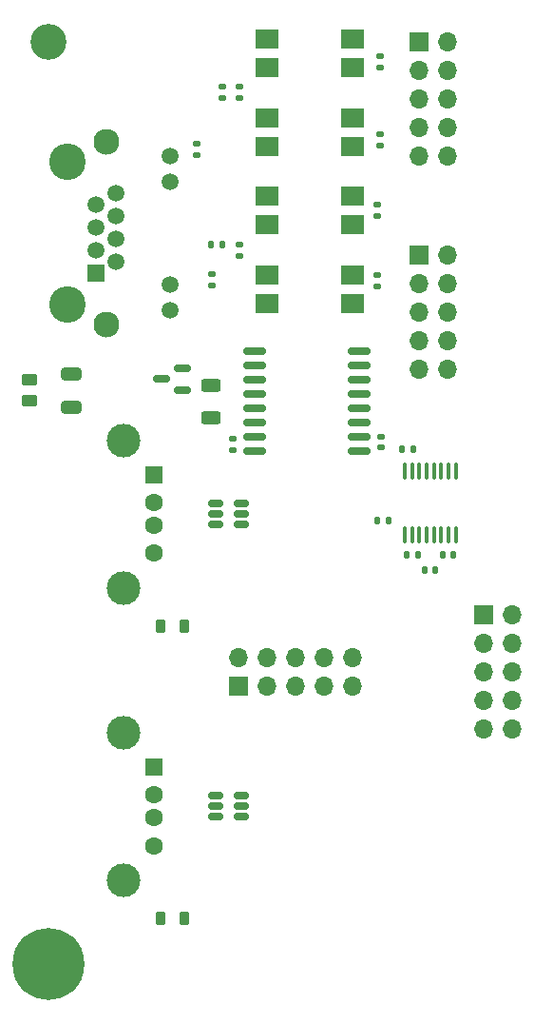
<source format=gbr>
%TF.GenerationSoftware,KiCad,Pcbnew,6.0.5+dfsg-1~bpo11+1*%
%TF.CreationDate,2023-01-20T13:16:09+00:00*%
%TF.ProjectId,nascontrol-remote,6e617363-6f6e-4747-926f-6c2d72656d6f,rev?*%
%TF.SameCoordinates,Original*%
%TF.FileFunction,Soldermask,Top*%
%TF.FilePolarity,Negative*%
%FSLAX46Y46*%
G04 Gerber Fmt 4.6, Leading zero omitted, Abs format (unit mm)*
G04 Created by KiCad (PCBNEW 6.0.5+dfsg-1~bpo11+1) date 2023-01-20 13:16:09*
%MOMM*%
%LPD*%
G01*
G04 APERTURE LIST*
G04 Aperture macros list*
%AMRoundRect*
0 Rectangle with rounded corners*
0 $1 Rounding radius*
0 $2 $3 $4 $5 $6 $7 $8 $9 X,Y pos of 4 corners*
0 Add a 4 corners polygon primitive as box body*
4,1,4,$2,$3,$4,$5,$6,$7,$8,$9,$2,$3,0*
0 Add four circle primitives for the rounded corners*
1,1,$1+$1,$2,$3*
1,1,$1+$1,$4,$5*
1,1,$1+$1,$6,$7*
1,1,$1+$1,$8,$9*
0 Add four rect primitives between the rounded corners*
20,1,$1+$1,$2,$3,$4,$5,0*
20,1,$1+$1,$4,$5,$6,$7,0*
20,1,$1+$1,$6,$7,$8,$9,0*
20,1,$1+$1,$8,$9,$2,$3,0*%
G04 Aperture macros list end*
%ADD10C,6.400000*%
%ADD11RoundRect,0.140000X-0.140000X-0.170000X0.140000X-0.170000X0.140000X0.170000X-0.140000X0.170000X0*%
%ADD12RoundRect,0.218750X-0.218750X-0.381250X0.218750X-0.381250X0.218750X0.381250X-0.218750X0.381250X0*%
%ADD13R,1.500000X1.600000*%
%ADD14C,1.600000*%
%ADD15C,3.000000*%
%ADD16RoundRect,0.150000X-0.512500X-0.150000X0.512500X-0.150000X0.512500X0.150000X-0.512500X0.150000X0*%
%ADD17C,3.250000*%
%ADD18R,1.500000X1.500000*%
%ADD19C,1.500000*%
%ADD20C,2.300000*%
%ADD21R,2.000000X1.780000*%
%ADD22RoundRect,0.250000X0.625000X-0.312500X0.625000X0.312500X-0.625000X0.312500X-0.625000X-0.312500X0*%
%ADD23R,1.700000X1.700000*%
%ADD24O,1.700000X1.700000*%
%ADD25RoundRect,0.135000X0.185000X-0.135000X0.185000X0.135000X-0.185000X0.135000X-0.185000X-0.135000X0*%
%ADD26RoundRect,0.150000X0.875000X0.150000X-0.875000X0.150000X-0.875000X-0.150000X0.875000X-0.150000X0*%
%ADD27RoundRect,0.135000X-0.185000X0.135000X-0.185000X-0.135000X0.185000X-0.135000X0.185000X0.135000X0*%
%ADD28RoundRect,0.250000X-0.650000X0.325000X-0.650000X-0.325000X0.650000X-0.325000X0.650000X0.325000X0*%
%ADD29RoundRect,0.140000X0.170000X-0.140000X0.170000X0.140000X-0.170000X0.140000X-0.170000X-0.140000X0*%
%ADD30RoundRect,0.150000X0.587500X0.150000X-0.587500X0.150000X-0.587500X-0.150000X0.587500X-0.150000X0*%
%ADD31RoundRect,0.100000X0.100000X-0.637500X0.100000X0.637500X-0.100000X0.637500X-0.100000X-0.637500X0*%
%ADD32RoundRect,0.140000X0.140000X0.170000X-0.140000X0.170000X-0.140000X-0.170000X0.140000X-0.170000X0*%
%ADD33C,3.200000*%
%ADD34RoundRect,0.135000X0.135000X0.185000X-0.135000X0.185000X-0.135000X-0.185000X0.135000X-0.185000X0*%
%ADD35RoundRect,0.250000X-0.450000X0.262500X-0.450000X-0.262500X0.450000X-0.262500X0.450000X0.262500X0*%
G04 APERTURE END LIST*
D10*
%TO.C,H102*%
X104000000Y-146000000D03*
%TD*%
D11*
%TO.C,C202*%
X137500000Y-111000000D03*
X138460000Y-111000000D03*
%TD*%
D12*
%TO.C,FB302*%
X113937500Y-116000000D03*
X116062500Y-116000000D03*
%TD*%
D13*
%TO.C,J302*%
X113360000Y-128500000D03*
D14*
X113360000Y-131000000D03*
X113360000Y-133000000D03*
X113360000Y-135500000D03*
D15*
X110650000Y-125430000D03*
X110650000Y-138570000D03*
%TD*%
D16*
%TO.C,U301*%
X118862500Y-131050000D03*
X118862500Y-132000000D03*
X118862500Y-132950000D03*
X121137500Y-132950000D03*
X121137500Y-132000000D03*
X121137500Y-131050000D03*
%TD*%
D11*
%TO.C,C201*%
X135920000Y-109600000D03*
X136880000Y-109600000D03*
%TD*%
D17*
%TO.C,J103*%
X105685000Y-87350000D03*
X105685000Y-74650000D03*
D18*
X108225000Y-84560000D03*
D19*
X110005000Y-83544000D03*
X108225000Y-82528000D03*
X110005000Y-81512000D03*
X108225000Y-80496000D03*
X110005000Y-79480000D03*
X108225000Y-78464000D03*
X110005000Y-77448000D03*
X114825000Y-87860000D03*
X114825000Y-85570000D03*
X114825000Y-76430000D03*
X114825000Y-74140000D03*
D20*
X109115000Y-89130000D03*
X109115000Y-72870000D03*
%TD*%
D21*
%TO.C,U102*%
X123465000Y-84730000D03*
X123465000Y-87270000D03*
X131085000Y-87270000D03*
X131085000Y-84730000D03*
%TD*%
D22*
%TO.C,R201*%
X118500000Y-97462500D03*
X118500000Y-94537500D03*
%TD*%
D23*
%TO.C,J101*%
X142725000Y-114925000D03*
D24*
X145265000Y-114925000D03*
X142725000Y-117465000D03*
X145265000Y-117465000D03*
X142725000Y-120005000D03*
X145265000Y-120005000D03*
X142725000Y-122545000D03*
X145265000Y-122545000D03*
X142725000Y-125085000D03*
X145265000Y-125085000D03*
%TD*%
D25*
%TO.C,R105*%
X118550000Y-85660000D03*
X118550000Y-84640000D03*
%TD*%
D26*
%TO.C,U202*%
X131650000Y-100370000D03*
X131650000Y-99100000D03*
X131650000Y-97830000D03*
X131650000Y-96560000D03*
X131650000Y-95290000D03*
X131650000Y-94020000D03*
X131650000Y-92750000D03*
X131650000Y-91480000D03*
X122350000Y-91480000D03*
X122350000Y-92750000D03*
X122350000Y-94020000D03*
X122350000Y-95290000D03*
X122350000Y-96560000D03*
X122350000Y-97830000D03*
X122350000Y-99100000D03*
X122350000Y-100370000D03*
%TD*%
D27*
%TO.C,R102*%
X121000000Y-67990000D03*
X121000000Y-69010000D03*
%TD*%
D25*
%TO.C,R107*%
X117200000Y-74110000D03*
X117200000Y-73090000D03*
%TD*%
D21*
%TO.C,U104*%
X131085000Y-73270000D03*
X131085000Y-70730000D03*
X123465000Y-70730000D03*
X123465000Y-73270000D03*
%TD*%
D23*
%TO.C,J102*%
X137000000Y-64000000D03*
D24*
X139540000Y-64000000D03*
X137000000Y-66540000D03*
X139540000Y-66540000D03*
X137000000Y-69080000D03*
X139540000Y-69080000D03*
X137000000Y-71620000D03*
X139540000Y-71620000D03*
X137000000Y-74160000D03*
X139540000Y-74160000D03*
%TD*%
D28*
%TO.C,C101*%
X106000000Y-93525000D03*
X106000000Y-96475000D03*
%TD*%
D29*
%TO.C,C207*%
X133600000Y-100080000D03*
X133600000Y-99120000D03*
%TD*%
D21*
%TO.C,U101*%
X123465000Y-77730000D03*
X123465000Y-80270000D03*
X131085000Y-80270000D03*
X131085000Y-77730000D03*
%TD*%
D30*
%TO.C,D201*%
X115937500Y-94950000D03*
X115937500Y-93050000D03*
X114062500Y-94000000D03*
%TD*%
D27*
%TO.C,R104*%
X121000000Y-81990000D03*
X121000000Y-83010000D03*
%TD*%
D11*
%TO.C,C206*%
X135520000Y-100200000D03*
X136480000Y-100200000D03*
%TD*%
D27*
%TO.C,R111*%
X133500000Y-72240000D03*
X133500000Y-73260000D03*
%TD*%
%TO.C,R106*%
X119500000Y-67990000D03*
X119500000Y-69010000D03*
%TD*%
D31*
%TO.C,U201*%
X135725000Y-107862500D03*
X136375000Y-107862500D03*
X137025000Y-107862500D03*
X137675000Y-107862500D03*
X138325000Y-107862500D03*
X138975000Y-107862500D03*
X139625000Y-107862500D03*
X140275000Y-107862500D03*
X140275000Y-102137500D03*
X139625000Y-102137500D03*
X138975000Y-102137500D03*
X138325000Y-102137500D03*
X137675000Y-102137500D03*
X137025000Y-102137500D03*
X136375000Y-102137500D03*
X135725000Y-102137500D03*
%TD*%
D23*
%TO.C,J301*%
X120925000Y-121275000D03*
D24*
X120925000Y-118735000D03*
X123465000Y-121275000D03*
X123465000Y-118735000D03*
X126005000Y-121275000D03*
X126005000Y-118735000D03*
X128545000Y-121275000D03*
X128545000Y-118735000D03*
X131085000Y-121275000D03*
X131085000Y-118735000D03*
%TD*%
D21*
%TO.C,U103*%
X131085000Y-66270000D03*
X131085000Y-63730000D03*
X123465000Y-63730000D03*
X123465000Y-66270000D03*
%TD*%
D32*
%TO.C,C203*%
X134280000Y-106600000D03*
X133320000Y-106600000D03*
%TD*%
D23*
%TO.C,J104*%
X137000000Y-83000000D03*
D24*
X139540000Y-83000000D03*
X137000000Y-85540000D03*
X139540000Y-85540000D03*
X137000000Y-88080000D03*
X139540000Y-88080000D03*
X137000000Y-90620000D03*
X139540000Y-90620000D03*
X137000000Y-93160000D03*
X139540000Y-93160000D03*
%TD*%
D33*
%TO.C,H101*%
X104000000Y-64000000D03*
%TD*%
D12*
%TO.C,FB301*%
X113937500Y-142000000D03*
X116062500Y-142000000D03*
%TD*%
D27*
%TO.C,R103*%
X133300000Y-84740000D03*
X133300000Y-85760000D03*
%TD*%
D34*
%TO.C,R110*%
X119510000Y-82000000D03*
X118490000Y-82000000D03*
%TD*%
D11*
%TO.C,C204*%
X139120000Y-109600000D03*
X140080000Y-109600000D03*
%TD*%
D35*
%TO.C,R109*%
X102250000Y-94087500D03*
X102250000Y-95912500D03*
%TD*%
D13*
%TO.C,J303*%
X113360000Y-102500000D03*
D14*
X113360000Y-105000000D03*
X113360000Y-107000000D03*
X113360000Y-109500000D03*
D15*
X110650000Y-99430000D03*
X110650000Y-112570000D03*
%TD*%
D29*
%TO.C,C205*%
X120400000Y-100280000D03*
X120400000Y-99320000D03*
%TD*%
D16*
%TO.C,U302*%
X118862500Y-105050000D03*
X118862500Y-106000000D03*
X118862500Y-106950000D03*
X121137500Y-106950000D03*
X121137500Y-106000000D03*
X121137500Y-105050000D03*
%TD*%
D27*
%TO.C,R108*%
X133500000Y-65240000D03*
X133500000Y-66260000D03*
%TD*%
%TO.C,R101*%
X133300000Y-78490000D03*
X133300000Y-79510000D03*
%TD*%
M02*

</source>
